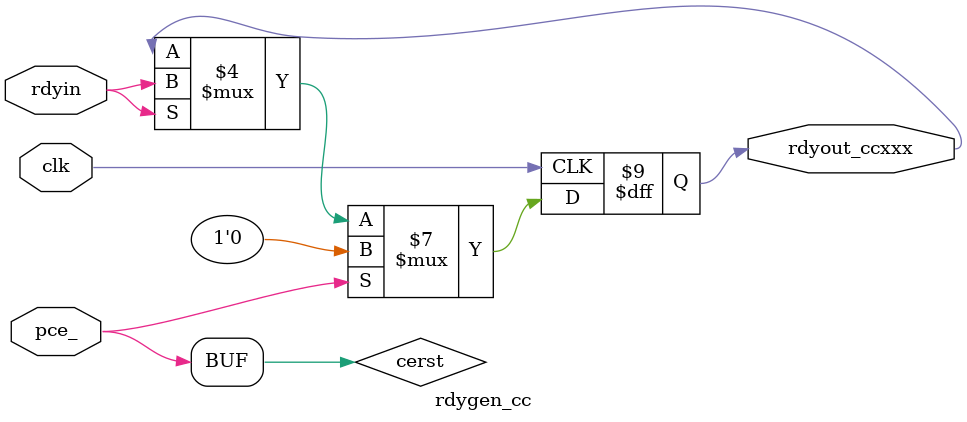
<source format=v>

module rdygen_cc
    (
     clk,
     pce_,
     rdyin,
     rdyout_ccxxx
     );

////////////////////////////////////////////////////////////////////////////////
// Port declarations

input   clk;
input   pce_;
input   rdyin;
output  rdyout_ccxxx;

wire        cerst;
assign      cerst = pce_;

reg     rdyout_ccxxx = 1'b0 /* synthesis preserve */;   // set multicycle from this signal
always @ (posedge clk)
    begin
    if (cerst)    rdyout_ccxxx <= 1'b0;
    else
        case (rdyin)
            1'b1:       rdyout_ccxxx <= rdyin;
            default:    rdyout_ccxxx <= rdyout_ccxxx;
        endcase
    end

endmodule
</source>
